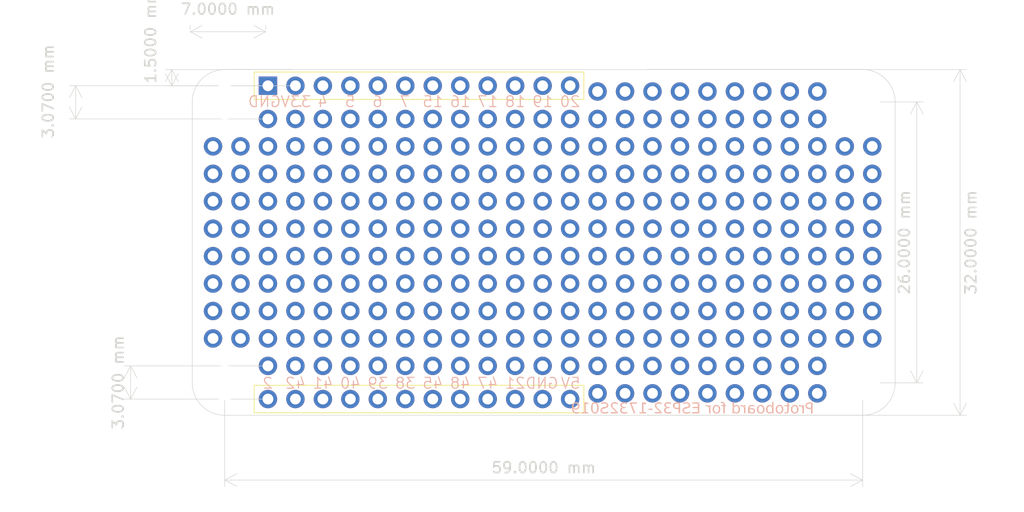
<source format=kicad_pcb>
(kicad_pcb (version 20240108) (generator "pcbnew") (generator_version "8.0")
  (layers (0 "F.Cu" signal) (31 "B.Cu" signal) (34 "B.Paste" user) (35 "F.Paste" user) (36 "B.SilkS" user "B.Silkscreen") (37 "F.SilkS" user "F.Silkscreen") (38 "B.Mask" user) (39 "F.Mask" user) (44 "Edge.Cuts" user))
  (net 0 "")
  (footprint "" (layer "F.Cu") (at 148.14 108.97)
    (property "Reference" "" (at 0 0 0) (layer "F.SilkS") (effects (font (size 1.27 1.27))))
    (property "Value" "")
    (pad "1" thru_hole circle (at 0 0) (size 1.7 1.7) (drill 1) (layers "*.Cu" "*.Mask"))
  )
  (footprint "" (layer "F.Cu") (at 140.52 106.43)
    (property "Reference" "" (at 0 0 0) (layer "F.SilkS") (effects (font (size 1.27 1.27))))
    (property "Value" "")
    (pad "1" thru_hole circle (at 0 0) (size 1.7 1.7) (drill 1) (layers "*.Cu" "*.Mask"))
  )
  (footprint "" (layer "F.Cu") (at 102.42 98.81)
    (property "Reference" "" (at 0 0 0) (layer "F.SilkS") (effects (font (size 1.27 1.27))))
    (property "Value" "")
    (pad "1" thru_hole circle (at 0 0) (size 1.7 1.7) (drill 1) (layers "*.Cu" "*.Mask"))
  )
  (footprint "" (layer "F.Cu") (at 143.06 81.03)
    (property "Reference" "" (at 0 0 0) (layer "F.SilkS") (effects (font (size 1.27 1.27))))
    (property "Value" "")
    (pad "1" thru_hole circle (at 0 0) (size 1.7 1.7) (drill 1) (layers "*.Cu" "*.Mask"))
  )
  (footprint "" (layer "F.Cu") (at 127.82 106.43)
    (property "Reference" "116" (hide yes))
    (property "Value" "")
    (pad "1" thru_hole circle (at 0 0) (size 1.7 1.7) (drill 1) (layers "*.Cu" "*.Mask"))
  )
  (footprint "" (layer "F.Cu") (at 155.76 81.03)
    (property "Reference" "" (at 0 0 0) (layer "F.SilkS") (effects (font (size 1.27 1.27))))
    (property "Value" "")
    (pad "1" thru_hole circle (at 0 0) (size 1.7 1.7) (drill 1) (layers "*.Cu" "*.Mask"))
  )
  (footprint "" (layer "F.Cu") (at 122.74 98.81)
    (property "Reference" "78" (hide yes))
    (property "Value" "")
    (pad "1" thru_hole circle (at 0 0) (size 1.7 1.7) (drill 1) (layers "*.Cu" "*.Mask"))
  )
  (footprint "" (layer "F.Cu") (at 137.98 96.27)
    (property "Reference" "" (at 0 0 0) (layer "F.SilkS") (effects (font (size 1.27 1.27))))
    (property "Value" "")
    (pad "1" thru_hole circle (at 0 0) (size 1.7 1.7) (drill 1) (layers "*.Cu" "*.Mask"))
  )
  (footprint "" (layer "F.Cu") (at 155.76 106.43)
    (property "Reference" "" (at 0 0 0) (layer "F.SilkS") (effects (font (size 1.27 1.27))))
    (property "Value" "")
    (pad "1" thru_hole circle (at 0 0) (size 1.7 1.7) (drill 1) (layers "*.Cu" "*.Mask"))
  )
  (footprint "" (layer "F.Cu") (at 150.68 103.89)
    (property "Reference" "" (at 0 0 0) (layer "F.SilkS") (effects (font (size 1.27 1.27))))
    (property "Value" "")
    (pad "1" thru_hole circle (at 0 0) (size 1.7 1.7) (drill 1) (layers "*.Cu" "*.Mask"))
  )
  (footprint "" (layer "F.Cu") (at 130.36 98.81)
    (property "Reference" "81" (hide yes))
    (property "Value" "")
    (pad "1" thru_hole circle (at 0 0) (size 1.7 1.7) (drill 1) (layers "*.Cu" "*.Mask"))
  )
  (footprint "" (layer "F.Cu") (at 120.2 96.27)
    (property "Reference" "65" (hide yes))
    (property "Value" "")
    (pad "1" thru_hole circle (at 0 0) (size 1.7 1.7) (drill 1) (layers "*.Cu" "*.Mask"))
  )
  (footprint "" (layer "F.Cu") (at 125.28 91.19)
    (property "Reference" "43" (hide yes))
    (property "Value" "")
    (pad "1" thru_hole circle (at 0 0) (size 1.7 1.7) (drill 1) (layers "*.Cu" "*.Mask"))
  )
  (footprint "" (layer "F.Cu") (at 115.12 93.73)
    (property "Reference" "51" (hide yes))
    (property "Value" "")
    (pad "1" thru_hole circle (at 0 0) (size 1.7 1.7) (drill 1) (layers "*.Cu" "*.Mask"))
  )
  (footprint "" (layer "F.Cu") (at 117.66 91.19)
    (property "Reference" "40" (hide yes))
    (property "Value" "")
    (pad "1" thru_hole circle (at 0 0) (size 1.7 1.7) (drill 1) (layers "*.Cu" "*.Mask"))
  )
  (footprint "" (layer "F.Cu") (at 150.68 108.97)
    (property "Reference" "" (at 0 0 0) (layer "F.SilkS") (effects (font (size 1.27 1.27))))
    (property "Value" "")
    (pad "1" thru_hole circle (at 0 0) (size 1.7 1.7) (drill 1) (layers "*.Cu" "*.Mask"))
  )
  (footprint "" (layer "F.Cu") (at 137.98 81.03)
    (property "Reference" "" (at 0 0 0) (layer "F.SilkS") (effects (font (size 1.27 1.27))))
    (property "Value" "")
    (pad "1" thru_hole circle (at 0 0) (size 1.7 1.7) (drill 1) (layers "*.Cu" "*.Mask"))
  )
  (footprint "" (layer "F.Cu") (at 140.52 93.73)
    (property "Reference" "" (at 0 0 0) (layer "F.SilkS") (effects (font (size 1.27 1.27))))
    (property "Value" "")
    (pad "1" thru_hole circle (at 0 0) (size 1.7 1.7) (drill 1) (layers "*.Cu" "*.Mask"))
  )
  (footprint "" (layer "F.Cu") (at 143.06 108.97)
    (property "Reference" "" (at 0 0 0) (layer "F.SilkS") (effects (font (size 1.27 1.27))))
    (property "Value" "")
    (pad "1" thru_hole circle (at 0 0) (size 1.7 1.7) (drill 1) (layers "*.Cu" "*.Mask"))
  )
  (footprint "" (layer "F.Cu") (at 137.98 91.19)
    (property "Reference" "" (at 0 0 0) (layer "F.SilkS") (effects (font (size 1.27 1.27))))
    (property "Value" "")
    (pad "1" thru_hole circle (at 0 0) (size 1.7 1.7) (drill 1) (layers "*.Cu" "*.Mask"))
  )
  (footprint "" (layer "F.Cu") (at 127.82 86.11)
    (property "Reference" "20" (hide yes))
    (property "Value" "")
    (pad "1" thru_hole circle (at 0 0) (size 1.7 1.7) (drill 1) (layers "*.Cu" "*.Mask"))
  )
  (footprint "" (layer "F.Cu") (at 122.74 101.35)
    (property "Reference" "90" (hide yes))
    (property "Value" "")
    (pad "1" thru_hole circle (at 0 0) (size 1.7 1.7) (drill 1) (layers "*.Cu" "*.Mask"))
  )
  (footprint "" (layer "F.Cu") (at 125.28 98.81)
    (property "Reference" "79" (hide yes))
    (property "Value" "")
    (pad "1" thru_hole circle (at 0 0) (size 1.7 1.7) (drill 1) (layers "*.Cu" "*.Mask"))
  )
  (footprint "" (layer "F.Cu") (at 112.58 98.81)
    (property "Reference" "74" (hide yes))
    (property "Value" "")
    (pad "1" thru_hole circle (at 0 0) (size 1.7 1.7) (drill 1) (layers "*.Cu" "*.Mask"))
  )
  (footprint "" (layer "F.Cu") (at 104.96 86.11)
    (property "Reference" "" (at 0 0 0) (layer "F.SilkS") (effects (font (size 1.27 1.27))))
    (property "Value" "")
    (pad "1" thru_hole circle (at 0 0) (size 1.7 1.7) (drill 1) (layers "*.Cu" "*.Mask"))
  )
  (footprint "" (layer "F.Cu") (at 145.6 81.03)
    (property "Reference" "" (at 0 0 0) (layer "F.SilkS") (effects (font (size 1.27 1.27))))
    (property "Value" "")
    (pad "1" thru_hole circle (at 0 0) (size 1.7 1.7) (drill 1) (layers "*.Cu" "*.Mask"))
  )
  (footprint "" (layer "F.Cu") (at 155.76 88.65)
    (property "Reference" "" (at 0 0 0) (layer "F.SilkS") (effects (font (size 1.27 1.27))))
    (property "Value" "")
    (pad "1" thru_hole circle (at 0 0) (size 1.7 1.7) (drill 1) (layers "*.Cu" "*.Mask"))
  )
  (footprint "" (layer "F.Cu") (at 153.22 101.35)
    (property "Reference" "" (at 0 0 0) (layer "F.SilkS") (effects (font (size 1.27 1.27))))
    (property "Value" "")
    (pad "1" thru_hole circle (at 0 0) (size 1.7 1.7) (drill 1) (layers "*.Cu" "*.Mask"))
  )
  (footprint "" (layer "F.Cu") (at 143.06 91.19)
    (property "Reference" "" (at 0 0 0) (layer "F.SilkS") (effects (font (size 1.27 1.27))))
    (property "Value" "")
    (pad "1" thru_hole circle (at 0 0) (size 1.7 1.7) (drill 1) (layers "*.Cu" "*.Mask"))
  )
  (footprint "" (layer "F.Cu") (at 110.04 106.43)
    (property "Reference" "109" (hide yes))
    (property "Value" "")
    (pad "1" thru_hole circle (at 0 0) (size 1.7 1.7) (drill 1) (layers "*.Cu" "*.Mask"))
  )
  (footprint "" (layer "F.Cu") (at 158.3 98.81)
    (property "Reference" "" (at 0 0 0) (layer "F.SilkS") (effects (font (size 1.27 1.27))))
    (property "Value" "")
    (pad "1" thru_hole circle (at 0 0) (size 1.7 1.7) (drill 1) (layers "*.Cu" "*.Mask"))
  )
  (footprint "" (layer "F.Cu") (at 148.14 106.43)
    (property "Reference" "" (at 0 0 0) (layer "F.SilkS") (effects (font (size 1.27 1.27))))
    (property "Value" "")
    (pad "1" thru_hole circle (at 0 0) (size 1.7 1.7) (drill 1) (layers "*.Cu" "*.Mask"))
  )
  (footprint "" (layer "F.Cu") (at 158.3 83.57)
    (property "Reference" "" (at 0 0 0) (layer "F.SilkS") (effects (font (size 1.27 1.27))))
    (property "Value" "")
    (pad "1" thru_hole circle (at 0 0) (size 1.7 1.7) (drill 1) (layers "*.Cu" "*.Mask"))
  )
  (footprint "" (layer "F.Cu") (at 110.04 103.89)
    (property "Reference" "97" (hide yes))
    (property "Value" "")
    (pad "1" thru_hole circle (at 0 0) (size 1.7 1.7) (drill 1) (layers "*.Cu" "*.Mask"))
  )
  (footprint "" (layer "F.Cu") (at 137.98 83.57)
    (property "Reference" "" (at 0 0 0) (layer "F.SilkS") (effects (font (size 1.27 1.27))))
    (property "Value" "")
    (pad "1" thru_hole circle (at 0 0) (size 1.7 1.7) (drill 1) (layers "*.Cu" "*.Mask"))
  )
  (footprint "" (layer "F.Cu") (at 130.36 86.11)
    (property "Reference" "21" (hide yes))
    (property "Value" "")
    (pad "1" thru_hole circle (at 0 0) (size 1.7 1.7) (drill 1) (layers "*.Cu" "*.Mask"))
  )
  (footprint "" (layer "F.Cu") (at 160.84 93.73)
    (property "Reference" "" (at 0 0 0) (layer "F.SilkS") (effects (font (size 1.27 1.27))))
    (property "Value" "")
    (pad "1" thru_hole circle (at 0 0) (size 1.7 1.7) (drill 1) (layers "*.Cu" "*.Mask"))
  )
  (footprint "" (layer "F.Cu") (at 143.06 88.65)
    (property "Reference" "" (at 0 0 0) (layer "F.SilkS") (effects (font (size 1.27 1.27))))
    (property "Value" "")
    (pad "1" thru_hole circle (at 0 0) (size 1.7 1.7) (drill 1) (layers "*.Cu" "*.Mask"))
  )
  (footprint "" (layer "F.Cu") (at 104.96 103.89)
    (property "Reference" "" (at 0 0 0) (layer "F.SilkS") (effects (font (size 1.27 1.27))))
    (property "Value" "")
    (pad "1" thru_hole circle (at 0 0) (size 1.7 1.7) (drill 1) (layers "*.Cu" "*.Mask"))
  )
  (footprint "" (layer "F.Cu") (at 160.84 98.81)
    (property "Reference" "" (at 0 0 0) (layer "F.SilkS") (effects (font (size 1.27 1.27))))
    (property "Value" "")
    (pad "1" thru_hole circle (at 0 0) (size 1.7 1.7) (drill 1) (layers "*.Cu" "*.Mask"))
  )
  (footprint "" (layer "F.Cu") (at 104.96 96.27)
    (property "Reference" "" (at 0 0 0) (layer "F.SilkS") (effects (font (size 1.27 1.27))))
    (property "Value" "")
    (pad "1" thru_hole circle (at 0 0) (size 1.7 1.7) (drill 1) (layers "*.Cu" "*.Mask"))
  )
  (footprint "" (layer "F.Cu") (at 107.5 86.11)
    (property "Reference" "12" (hide yes))
    (property "Value" "")
    (pad "1" thru_hole circle (at 0 0) (size 1.7 1.7) (drill 1) (layers "*.Cu" "*.Mask"))
  )
  (footprint "" (layer "F.Cu") (at 132.9 86.11)
    (property "Reference" "22" (hide yes))
    (property "Value" "")
    (pad "1" thru_hole circle (at 0 0) (size 1.7 1.7) (drill 1) (layers "*.Cu" "*.Mask"))
  )
  (footprint "" (layer "F.Cu") (at 143.06 96.27)
    (property "Reference" "" (at 0 0 0) (layer "F.SilkS") (effects (font (size 1.27 1.27))))
    (property "Value" "")
    (pad "1" thru_hole circle (at 0 0) (size 1.7 1.7) (drill 1) (layers "*.Cu" "*.Mask"))
  )
  (footprint "" (layer "F.Cu") (at 115.12 98.81)
    (property "Reference" "75" (hide yes))
    (property "Value" "")
    (pad "1" thru_hole circle (at 0 0) (size 1.7 1.7) (drill 1) (layers "*.Cu" "*.Mask"))
  )
  (footprint "" (layer "F.Cu") (at 125.28 103.89)
    (property "Reference" "103" (hide yes))
    (property "Value" "")
    (pad "1" thru_hole circle (at 0 0) (size 1.7 1.7) (drill 1) (layers "*.Cu" "*.Mask"))
  )
  (footprint "MountingHole:MountingHole_3.2mm_M3" (layer "F.Cu") (at 103.5 108)
    (property "Reference" "REF**" (hide yes))
    (property "Value" "MountingHole_3.2mm_M3")
    (pad "" np_thru_hole circle (at 0 0) (size 3.2 3.2) (drill 3.2) (layers "*.Cu" "*.Mask"))
  )
  (footprint "" (layer "F.Cu") (at 110.04 91.19)
    (property "Reference" "37" (hide yes))
    (property "Value" "")
    (pad "1" thru_hole circle (at 0 0) (size 1.7 1.7) (drill 1) (layers "*.Cu" "*.Mask"))
  )
  (footprint "" (layer "F.Cu") (at 107.5 93.73)
    (property "Reference" "48" (hide yes))
    (property "Value" "")
    (pad "1" thru_hole circle (at 0 0) (size 1.7 1.7) (drill 1) (layers "*.Cu" "*.Mask"))
  )
  (footprint "" (layer "F.Cu") (at 110.04 93.73)
    (property "Reference" "49" (hide yes))
    (property "Value" "")
    (pad "1" thru_hole circle (at 0 0) (size 1.7 1.7) (drill 1) (layers "*.Cu" "*.Mask"))
  )
  (footprint "" (layer "F.Cu") (at 120.2 88.65)
    (property "Reference" "29" (hide yes))
    (property "Value" "")
    (pad "1" thru_hole circle (at 0 0) (size 1.7 1.7) (drill 1) (layers "*.Cu" "*.Mask"))
  )
  (footprint "" (layer "F.Cu") (at 148.14 93.73)
    (property "Reference" "" (at 0 0 0) (layer "F.SilkS") (effects (font (size 1.27 1.27))))
    (property "Value" "")
    (pad "1" thru_hole circle (at 0 0) (size 1.7 1.7) (drill 1) (layers "*.Cu" "*.Mask"))
  )
  (footprint "" (layer "F.Cu") (at 158.3 108.97)
    (property "Reference" "" (at 0 0 0) (layer "F.SilkS") (effects (font (size 1.27 1.27))))
    (property "Value" "")
    (pad "1" thru_hole circle (at 0 0) (size 1.7 1.7) (drill 1) (layers "*.Cu" "*.Mask"))
  )
  (footprint "" (layer "F.Cu") (at 137.98 103.89)
    (property "Reference" "" (at 0 0 0) (layer "F.SilkS") (effects (font (size 1.27 1.27))))
    (property "Value" "")
    (pad "1" thru_hole circle (at 0 0) (size 1.7 1.7) (drill 1) (layers "*.Cu" "*.Mask"))
  )
  (footprint "" (layer "F.Cu") (at 140.52 98.81)
    (property "Reference" "" (at 0 0 0) (layer "F.SilkS") (effects (font (size 1.27 1.27))))
    (property "Value" "")
    (pad "1" thru_hole circle (at 0 0) (size 1.7 1.7) (drill 1) (layers "*.Cu" "*.Mask"))
  )
  (footprint "" (layer "F.Cu") (at 140.52 81.03)
    (property "Reference" "" (at 0 0 0) (layer "F.SilkS") (effects (font (size 1.27 1.27))))
    (property "Value" "")
    (pad "1" thru_hole circle (at 0 0) (size 1.7 1.7) (drill 1) (layers "*.Cu" "*.Mask"))
  )
  (footprint "" (layer "F.Cu") (at 125.28 86.11)
    (property "Reference" "19" (hide yes))
    (property "Value" "")
    (pad "1" thru_hole circle (at 0 0) (size 1.7 1.7) (drill 1) (layers "*.Cu" "*.Mask"))
  )
  (footprint "" (layer "F.Cu") (at 102.42 101.35)
    (property "Reference" "" (at 0 0 0) (layer "F.SilkS") (effects (font (size 1.27 1.27))))
    (property "Value" "")
    (pad "1" thru_hole circle (at 0 0) (size 1.7 1.7) (drill 1) (layers "*.Cu" "*.Mask"))
  )
  (footprint "" (layer "F.Cu") (at 107.5 96.27)
    (property "Reference" "60" (hide yes))
    (property "Value" "")
    (pad "1" thru_hole circle (at 0 0) (size 1.7 1.7) (drill 1) (layers "*.Cu" "*.Mask"))
  )
  (footprint "" (layer "F.Cu") (at 150.68 86.11)
    (property "Reference" "" (at 0 0 0) (layer "F.SilkS") (effects (font (size 1.27 1.27))))
    (property "Value" "")
    (pad "1" thru_hole circle (at 0 0) (size 1.7 1.7) (drill 1) (layers "*.Cu" "*.Mask"))
  )
  (footprint "" (layer "F.Cu") (at 132.9 101.35)
    (property "Reference" "94" (hide yes))
    (property "Value" "")
    (pad "1" thru_hole circle (at 0 0) (size 1.7 1.7) (drill 1) (layers "*.Cu" "*.Mask"))
  )
  (footprint "" (layer "F.Cu") (at 107.5 83.57)
    (property "Reference" "" (hide yes))
    (property "Value" "")
    (pad "1" thru_hole circle (at 0 0) (size 1.7 1.7) (drill 1) (layers "*.Cu" "*.Mask"))
  )
  (footprint "" (layer "F.Cu") (at 122.74 106.43)
    (property "Reference" "114" (hide yes))
    (property "Value" "")
    (pad "1" thru_hole circle (at 0 0) (size 1.7 1.7) (drill 1) (layers "*.Cu" "*.Mask"))
  )
  (footprint "" (layer "F.Cu") (at 148.14 83.57)
    (property "Reference" "" (at 0 0 0) (layer "F.SilkS") (effects (font (size 1.27 1.27))))
    (property "Value" "")
    (pad "1" thru_hole circle (at 0 0) (size 1.7 1.7) (drill 1) (layers "*.Cu" "*.Mask"))
  )
  (footprint "" (layer "F.Cu") (at 104.96 91.19)
    (property "Reference" "" (at 0 0 0) (layer "F.SilkS") (effects (font (size 1.27 1.27))))
    (property "Value" "")
    (pad "1" thru_hole circle (at 0 0) (size 1.7 1.7) (drill 1) (layers "*.Cu" "*.Mask"))
  )
  (footprint "" (layer "F.Cu") (at 145.6 108.97)
    (property "Reference" "" (at 0 0 0) (layer "F.SilkS") (effects (font (size 1.27 1.27))))
    (property "Value" "")
    (pad "1" thru_hole circle (at 0 0) (size 1.7 1.7) (drill 1) (layers "*.Cu" "*.Mask"))
  )
  (footprint "" (layer "F.Cu") (at 153.22 91.19)
    (property "Reference" "" (at 0 0 0) (layer "F.SilkS") (effects (font (size 1.27 1.27))))
    (property "Value" "")
    (pad "1" thru_hole circle (at 0 0) (size 1.7 1.7) (drill 1) (layers "*.Cu" "*.Mask"))
  )
  (footprint "" (layer "F.Cu") (at 115.12 83.57)
    (property "Reference" "3" (hide yes))
    (property "Value" "")
    (pad "1" thru_hole circle (at 0 0) (size 1.7 1.7) (drill 1) (layers "*.Cu" "*.Mask"))
  )
  (footprint "" (layer "F.Cu") (at 125.28 96.27)
    (property "Reference" "67" (hide yes))
    (property "Value" "")
    (pad "1" thru_hole circle (at 0 0) (size 1.7 1.7) (drill 1) (layers "*.Cu" "*.Mask"))
  )
  (footprint "" (layer "F.Cu") (at 127.82 93.73)
    (property "Reference" "56" (hide yes))
    (property "Value" "")
    (pad "1" thru_hole circle (at 0 0) (size 1.7 1.7) (drill 1) (layers "*.Cu" "*.Mask"))
  )
  (footprint "" (layer "F.Cu") (at 158.3 101.35)
    (property "Reference" "" (at 0 0 0) (layer "F.SilkS") (effects (font (size 1.27 1.27))))
    (property "Value" "")
    (pad "1" thru_hole circle (at 0 0) (size 1.7 1.7) (drill 1) (layers "*.Cu" "*.Mask"))
  )
  (footprint "" (layer "F.Cu") (at 153.22 81.03)
    (property "Reference" "" (at 0 0 0) (layer "F.SilkS") (effects (font (size 1.27 1.27))))
    (property "Value" "")
    (pad "1" thru_hole circle (at 0 0) (size 1.7 1.7) (drill 1) (layers "*.Cu" "*.Mask"))
  )
  (footprint "" (layer "F.Cu") (at 122.74 83.57)
    (property "Reference" "6" (hide yes))
    (property "Value" "")
    (pad "1" thru_hole circle (at 0 0) (size 1.7 1.7) (drill 1) (layers "*.Cu" "*.Mask"))
  )
  (footprint "" (layer "F.Cu") (at 112.58 91.19)
    (property "Reference" "38" (hide yes))
    (property "Value" "")
    (pad "1" thru_hole circle (at 0 0) (size 1.7 1.7) (drill 1) (layers "*.Cu" "*.Mask"))
  )
  (footprint "" (layer "F.Cu") (at 143.06 106.43)
    (property "Reference" "" (at 0 0 0) (layer "F.SilkS") (effects (font (size 1.27 1.27))))
    (property "Value" "")
    (pad "1" thru_hole circle (at 0 0) (size 1.7 1.7) (drill 1) (layers "*.Cu" "*.Mask"))
  )
  (footprint "" (layer "F.Cu") (at 110.04 101.35)
    (property "Reference" "85" (hide yes))
    (property "Value" "")
    (pad "1" thru_hole circle (at 0 0) (size 1.7 1.7) (drill 1) (layers "*.Cu" "*.Mask"))
  )
  (footprint "" (layer "F.Cu") (at 104.96 88.65)
    (property "Reference" "" (at 0 0 0) (layer "F.SilkS") (effects (font (size 1.27 1.27))))
    (property "Value" "")
    (pad "1" thru_hole circle (at 0 0) (size 1.7 1.7) (drill 1) (layers "*.Cu" "*.Mask"))
  )
  (footprint "MountingHole:MountingHole_3.2mm_M3" (layer "F.Cu") (at 103.5 82)
    (property "Reference" "REF**" (hide yes))
    (property "Value" "MountingHole_3.2mm_M3" (hide yes))
    (pad "" np_thru_hole circle (at 0 0) (size 3.2 3.2) (drill 3.2) (layers "*.Cu" "*.Mask"))
  )
  (footprint "" (layer "F.Cu") (at 135.44 98.81)
    (property "Reference" "83" (hide yes))
    (property "Value" "")
    (pad "1" thru_hole circle (at 0 0) (size 1.7 1.7) (drill 1) (layers "*.Cu" "*.Mask"))
  )
  (footprint "" (layer "F.Cu") (at 135.44 93.73)
    (property "Reference" "59" (hide yes))
    (property "Value" "")
    (pad "1" thru_hole circle (at 0 0) (size 1.7 1.7) (drill 1) (layers "*.Cu" "*.Mask"))
  )
  (footprint "" (layer "F.Cu") (at 150.68 101.35)
    (property "Reference" "" (at 0 0 0) (layer "F.SilkS") (effects (font (size 1.27 1.27))))
    (property "Value" "")
    (pad "1" thru_hole circle (at 0 0) (size 1.7 1.7) (drill 1) (layers "*.Cu" "*.Mask"))
  )
  (footprint "" (layer "F.Cu") (at 137.98 86.11)
    (property "Reference" "" (at 0 0 0) (layer "F.SilkS") (effects (font (size 1.27 1.27))))
    (property "Value" "")
    (pad "1" thru_hole circle (at 0 0) (size 1.7 1.7) (drill 1) (layers "*.Cu" "*.Mask"))
  )
  (footprint "" (layer "F.Cu") (at 130.36 106.43)
    (property "Reference" "117" (hide yes))
    (property "Value" "")
    (pad "1" thru_hole circle (at 0 0) (size 1.7 1.7) (drill 1) (layers "*.Cu" "*.Mask"))
  )
  (footprint "" (layer "F.Cu") (at 132.9 96.27)
    (property "Reference" "70" (hide yes))
    (property "Value" "")
    (pad "1" thru_hole circle (at 0 0) (size 1.7 1.7) (drill 1) (layers "*.Cu" "*.Mask"))
  )
  (footprint "Connector_PinHeader_2.54mm:PinHeader_1x12_P2.54mm_Vertical" (layer "F.Cu") (at 107.5 80.5 90)
    (property "Reference" "J1")
    (property "Value" "1732S019_P1" (hide yes))
    (pad "1" thru_hole rect (at 0 0 90) (size 1.7 1.7) (drill 1) (layers "*.Cu" "*.Mask"))
    (pad "2" thru_hole oval (at 0 2.54 90) (size 1.7 1.7) (drill 1) (layers "*.Cu" "*.Mask"))
    (pad "3" thru_hole oval (at 0 5.08 90) (size 1.7 1.7) (drill 1) (layers "*.Cu" "*.Mask"))
    (pad "4" thru_hole oval (at 0 7.62 90) (size 1.7 1.7) (drill 1) (layers "*.Cu" "*.Mask"))
    (pad "5" thru_hole oval (at 0 10.16 90) (size 1.7 1.7) (drill 1) (layers "*.Cu" "*.Mask"))
    (pad "6" thru_hole oval (at 0 12.7 90) (size 1.7 1.7) (drill 1) (layers "*.Cu" "*.Mask"))
    (pad "7" thru_hole oval (at 0 15.24 90) (size 1.7 1.7) (drill 1) (layers "*.Cu" "*.Mask"))
    (pad "8" thru_hole oval (at 0 17.78 90) (size 1.7 1.7) (drill 1) (layers "*.Cu" "*.Mask"))
    (pad "9" thru_hole oval (at 0 20.32 90) (size 1.7 1.7) (drill 1) (layers "*.Cu" "*.Mask"))
    (pad "10" thru_hole oval (at 0 22.86 90) (size 1.7 1.7) (drill 1) (layers "*.Cu" "*.Mask"))
    (pad "11" thru_hole oval (at 0 25.4 90) (size 1.7 1.7) (drill 1) (layers "*.Cu" "*.Mask"))
    (pad "12" thru_hole oval (at 0 27.94 90) (size 1.7 1.7) (drill 1) (layers "*.Cu" "*.Mask"))
  )
  (footprint "" (layer "F.Cu") (at 107.5 98.81)
    (property "Reference" "72" (hide yes))
    (property "Value" "")
    (pad "1" thru_hole circle (at 0 0) (size 1.7 1.7) (drill 1) (layers "*.Cu" "*.Mask"))
  )
  (footprint "" (layer "F.Cu") (at 117.66 101.35)
    (property "Reference" "88" (hide yes))
    (property "Value" "")
    (pad "1" thru_hole circle (at 0 0) (size 1.7 1.7) (drill 1) (layers "*.Cu" "*.Mask"))
  )
  (footprint "" (layer "F.Cu") (at 155.76 93.73)
    (property "Reference" "" (at 0 0 0) (layer "F.SilkS") (effects (font (size 1.27 1.27))))
    (property "Value" "")
    (pad "1" thru_hole circle (at 0 0) (size 1.7 1.7) (drill 1) (layers "*.Cu" "*.Mask"))
  )
  (footprint "" (layer "F.Cu") (at 143.06 86.11)
    (property "Reference" "" (at 0 0 0) (layer "F.SilkS") (effects (font (size 1.27 1.27))))
    (property "Value" "")
    (pad "1" thru_hole circle (at 0 0) (size 1.7 1.7) (drill 1) (layers "*.Cu" "*.Mask"))
  )
  (footprint "" (layer "F.Cu") (at 143.06 101.35)
    (property "Reference" "" (at 0 0 0) (layer "F.SilkS") (effects (font (size 1.27 1.27))))
    (property "Value" "")
    (pad "1" thru_hole circle (at 0 0) (size 1.7 1.7) (drill 1) (layers "*.Cu" "*.Mask"))
  )
  (footprint "MountingHole:MountingHole_3.2mm_M3" (layer "F.Cu") (at 162.5 108)
    (property "Reference" "REF**" (hide yes))
    (property "Value" "MountingHole_3.2mm_M3")
    (pad "" np_thru_hole circle (at 0 0) (size 3.2 3.2) (drill 3.2) (layers "*.Cu" "*.Mask"))
  )
  (footprint "" (layer "F.Cu") (at 117.66 96.27)
    (property "Reference" "64" (hide yes))
    (property "Value" "")
    (pad "1" thru_hole circle (at 0 0) (size 1.7 1.7) (drill 1) (layers "*.Cu" "*.Mask"))
  )
  (footprint "" (layer "F.Cu") (at 150.68 106.43)
    (property "Reference" "" (at 0 0 0) (layer "F.SilkS") (effects (font (size 1.27 1.27))))
    (property "Value" "")
    (pad "1" thru_hole circle (at 0 0) (size 1.7 1.7) (drill 1) (layers "*.Cu" "*.Mask"))
  )
  (footprint "" (layer "F.Cu") (at 145.6 88.65)
    (property "Reference" "" (at 0 0 0) (layer "F.SilkS") (effects (font (size 1.27 1.27))))
    (property "Value" "")
    (pad "1" thru_hole circle (at 0 0) (size 1.7 1.7) (drill 1) (layers "*.Cu" "*.Mask"))
  )
  (footprint "" (layer "F.Cu") (at 115.12 91.19)
    (property "Reference" "39" (hide yes))
    (property "Value" "")
    (pad "1" thru_hole circle (at 0 0) (size 1.7 1.7) (drill 1) (layers "*.Cu" "*.Mask"))
  )
  (footprint "" (layer "F.Cu") (at 132.9 98.81)
    (property "Reference" "82" (hide yes))
    (property "Value" "")
    (pad "1" thru_hole circle (at 0 0) (size 1.7 1.7) (drill 1) (layers "*.Cu" "*.Mask"))
  )
  (footprint "" (layer "F.Cu") (at 150.68 96.27)
    (property "Reference" "" (at 0 0 0) (layer "F.SilkS") (effects (font (size 1.27 1.27))))
    (property "Value" "")
    (pad "1" thru_hole circle (at 0 0) (size 1.7 1.7) (drill 1) (layers "*.Cu" "*.Mask"))
  )
  (footprint "" (layer "F.Cu") (at 140.52 103.89)
    (property "Reference" "" (at 0 0 0) (layer "F.SilkS") (effects (font (size 1.27 1.27))))
    (property "Value" "")
    (pad "1" thru_hole circle (at 0 0) (size 1.7 1.7) (drill 1) (layers "*.Cu" "*.Mask"))
  )
  (footprint "" (layer "F.Cu") (at 135.44 101.35)
    (property "Reference" "95" (hide yes))
    (property "Value" "")
    (pad "1" thru_hole circle (at 0 0) (size 1.7 1.7) (drill 1) (layers "*.Cu" "*.Mask"))
  )
  (footprint "" (layer "F.Cu") (at 120.2 98.81)
    (property "Reference" "77" (hide yes))
    (property "Value" "")
    (pad "1" thru_hole circle (at 0 0) (size 1.7 1.7) (drill 1) (layers "*.Cu" "*.Mask"))
  )
  (footprint "" (layer "F.Cu") (at 135.44 91.19)
    (property "Reference" "47" (hide yes))
    (property "Value" "")
    (pad "1" thru_hole circle (at 0 0) (size 1.7 1.7) (drill 1) (layers "*.Cu" "*.Mask"))
  )
  (footprint "" (layer "F.Cu") (at 160.84 101.35)
    (property "Reference" "" (at 0 0 0) (layer "F.SilkS") (effects (font (size 1.27 1.27))))
    (property "Value" "")
    (pad "1" thru_hole circle (at 0 0) (size 1.7 1.7) (drill 1) (layers "*.Cu" "*.Mask"))
  )
  (footprint "" (layer "F.Cu") (at 153.22 108.97)
    (property "Reference" "" (at 0 0 0) (layer "F.SilkS") (effects (font (size 1.27 1.27))))
    (property "Value" "")
    (pad "1" thru_hole circle (at 0 0) (size 1.7 1.7) (drill 1) (layers "*.Cu" "*.Mask"))
  )
  (footprint "" (layer "F.Cu") (at 120.2 83.57)
    (property "Reference" "5" (hide yes))
    (property "Value" "")
    (pad "1" thru_hole circle (at 0 0) (size 1.7 1.7) (drill 1) (layers "*.Cu" "*.Mask"))
  )
  (footprint "" (layer "F.Cu") (at 107.5 88.65)
    (property "Reference" "24" (hide yes))
    (property "Value" "")
    (pad "1" thru_hole circle (at 0 0) (size 1.7 1.7) (drill 1) (layers "*.Cu" "*.Mask"))
  )
  (footprint "" (layer "F.Cu") (at 117.66 93.73)
    (property "Reference" "52" (hide yes))
    (property "Value" "")
    (pad "1" thru_hole circle (at 0 0) (size 1.7 1.7) (drill 1) (layers "*.Cu" "*.Mask"))
  )
  (footprint "" (layer "F.Cu") (at 148.14 86.11)
    (property "Reference" "" (at 0 0 0) (layer "F.SilkS") (effects (font (size 1.27 1.27))))
    (property "Value" "")
    (pad "1" thru_hole circle (at 0 0) (size 1.7 1.7) (drill 1) (layers "*.Cu" "*.Mask"))
  )
  (footprint "" (layer "F.Cu") (at 140.52 108.97)
    (property "Reference" "" (at 0 0 0) (layer "F.SilkS") (effects (font (size 1.27 1.27))))
    (property "Value" "")
    (pad "1" thru_hole circle (at 0 0) (size 1.7 1.7) (drill 1) (layers "*.Cu" "*.Mask"))
  )
  (footprint "" (layer "F.Cu") (at 160.84 96.27)
    (property "Reference" "" (at 0 0 0) (layer "F.SilkS") (effects (font (size 1.27 1.27))))
    (property "Value" "")
    (pad "1" thru_hole circle (at 0 0) (size 1.7 1.7) (drill 1) (layers "*.Cu" "*.Mask"))
  )
  (footprint "" (layer "F.Cu") (at 122.74 88.65)
    (property "Reference" "30" (hide yes))
    (property "Value" "")
    (pad "1" thru_hole circle (at 0 0) (size 1.7 1.7) (drill 1) (layers "*.Cu" "*.Mask"))
  )
  (footprint "" (layer "F.Cu") (at 107.5 103.89)
    (property "Reference" "96" (hide yes))
    (property "Value" "")
    (pad "1" thru_hole circle (at 0 0) (size 1.7 1.7) (drill 1) (layers "*.Cu" "*.Mask"))
  )
  (footprint "" (layer "F.Cu") (at 155.76 91.19)
    (property "Reference" "" (at 0 0 0) (layer "F.SilkS") (effects (font (size 1.27 1.27))))
    (property "Value" "")
    (pad "1" thru_hole circle (at 0 0) (size 1.7 1.7) (drill 1) (layers "*.Cu" "*.Mask"))
  )
  (footprint "" (layer "F.Cu") (at 112.58 86.11)
    (property "Reference" "14" (hide yes))
    (property "Value" "")
    (pad "1" thru_hole circle (at 0 0) (size 1.7 1.7) (drill 1) (layers "*.Cu" "*.Mask"))
  )
  (footprint "" (layer "F.Cu") (at 120.2 101.35)
    (property "Reference" "89" (hide yes))
    (property "Value" "")
    (pad "1" thru_hole circle (at 0 0) (size 1.7 1.7) (drill 1) (layers "*.Cu" "*.Mask"))
  )
  (footprint "" (layer "F.Cu") (at 148.14 98.81)
    (property "Reference" "" (at 0 0 0) (layer "F.SilkS") (effects (font (size 1.27 1.27))))
    (property "Value" "")
    (pad "1" thru_hole circle (at 0 0) (size 1.7 1.7) (drill 1) (layers "*.Cu" "*.Mask"))
  )
  (footprint "" (layer "F.Cu") (at 112.58 103.89)
    (property "Reference" "98" (hide yes))
    (property "Value" "")
    (pad "1" thru_hole circle (at 0 0) (size 1.7 1.7) (drill 1) (layers "*.Cu" "*.Mask"))
  )
  (footprint "" (layer "F.Cu") (at 163.38 96.27)
    (property "Reference" "" (at 0 0 0) (layer "F.SilkS") (effects (font (size 1.27 1.27))))
    (property "Value" "")
    (pad "1" thru_hole circle (at 0 0) (size 1.7 1.7) (drill 1) (layers "*.Cu" "*.Mask"))
  )
  (footprint "" (layer "F.Cu") (at 137.98 93.73)
    (property "Reference" "" (at 0 0 0) (layer "F.SilkS") (effects (font (size 1.27 1.27))))
    (property "Value" "")
    (pad "1" thru_hole circle (at 0 0) (size 1.7 1.7) (drill 1) (layers "*.Cu" "*.Mask"))
  )
  (footprint "" (layer "F.Cu") (at 145.6 96.27)
    (property "Reference" "" (at 0 0 0) (layer "F.SilkS") (effects (font (size 1.27 1.27))))
    (property "Value" "")
    (pad "1" thru_hole circle (at 0 0) (size 1.7 1.7) (drill 1) (layers "*.Cu" "*.Mask"))
  )
  (footprint "" (layer "F.Cu") (at 102.42 96.27)
    (property "Reference" "" (at 0 0 0) (layer "F.SilkS") (effects (font (size 1.27 1.27))))
    (property "Value" "")
    (pad "1" thru_hole circle (at 0 0) (size 1.7 1.7) (drill 1) (layers "*.Cu" "*.Mask"))
  )
  (footprint "" (layer "F.Cu") (at 153.22 86.11)
    (property "Reference" "" (at 0 0 0) (layer "F.SilkS") (effects (font (size 1.27 1.27))))
    (property "Value" "")
    (pad "1" thru_hole circle (at 0 0) (size 1.7 1.7) (drill 1) (layers "*.Cu" "*.Mask"))
  )
  (footprint "" (layer "F.Cu") (at 120.2 91.19)
    (property "Reference" "41" (hide yes))
    (property "Value" "")
    (pad "1" thru_hole circle (at 0 0) (size 1.7 1.7) (drill 1) (layers "*.Cu" "*.Mask"))
  )
  (footprint "" (layer "F.Cu") (at 130.36 88.65)
    (property "Reference" "33" (hide yes))
    (property "Value" "")
    (pad "1" thru_hole circle (at 0 0) (size 1.7 1.7) (drill 1) (layers "*.Cu" "*.Mask"))
  )
  (footprint "" (layer "F.Cu") (at 117.66 106.43)
    (property "Reference" "112" (hide yes))
    (property "Value" "")
    (pad "1" thru_hole circle (at 0 0) (size 1.7 1.7) (drill 1) (layers "*.Cu" "*.Mask"))
  )
  (footprint "" (layer "F.Cu") (at 155.76 103.89)
    (property "Reference" "" (at 0 0 0) (layer "F.SilkS") (effects (font (size 1.27 1.27))))
    (property "Value" "")
    (pad "1" thru_hole circle (at 0 0) (size 1.7 1.7) (drill 1) (layers "*.Cu" "*.Mask"))
  )
  (footprint "" (layer "F.Cu") (at 117.66 86.11)
    (property "Reference" "16" (hide yes))
    (property "Value" "")
    (pad "1" thru_hole circle (at 0 0) (size 1.7 1.7) (drill 1) (layers "*.Cu" "*.Mask"))
  )
  (footprint "" (layer "F.Cu") (at 145.6 106.43)
    (property "Reference" "" (at 0 0 0) (layer "F.SilkS") (effects (font (size 1.27 1.27))))
    (property "Value" "")
    (pad "1" thru_hole circle (at 0 0) (size 1.7 1.7) (drill 1) (layers "*.Cu" "*.Mask"))
  )
  (footprint "" (layer "F.Cu") (at 140.52 83.57)
    (property "Reference" "" (at 0 0 0) (layer "F.SilkS") (effects (font (size 1.27 1.27))))
    (property "Value" "")
    (pad "1" thru_hole circle (at 0 0) (size 1.7 1.7) (drill 1) (layers "*.Cu" "*.Mask"))
  )
  (footprint "" (layer "F.Cu") (at 140.52 101.35)
    (property "Reference" "" (at 0 0 0) (layer "F.SilkS") (effects (font (size 1.27 1.27))))
    (property "Value" "")
    (pad "1" thru_hole circle (at 0 0) (size 1.7 1.7) (drill 1) (layers "*.Cu" "*.Mask"))
  )
  (footprint "" (layer "F.Cu") (at 125.28 88.65)
    (property "Reference" "31" (hide yes))
    (property "Value" "")
    (pad "1" thru_hole circle (at 0 0) (size 1.7 1.7) (drill 1) (layers "*.Cu" "*.Mask"))
  )
  (footprint "" (layer "F.Cu") (at 104.96 101.35)
    (property "Reference" "" (at 0 0 0) (layer "F.SilkS") (effects (font (size 1.27 1.27))))
    (property "Value" "")
    (pad "1" thru_hole circle (at 0 0) (size 1.7 1.7) (drill 1) (layers "*.Cu" "*.Mask"))
  )
  (footprint "" (layer "F.Cu") (at 163.38 103.89)
    (property "Reference" "" (at 0 0 0) (layer "F.SilkS") (effects (font (size 1.27 1.27))))
    (property "Value" "")
    (pad "1" thru_hole circle (at 0 0) (size 1.7 1.7) (drill 1) (layers "*.Cu" "*.Mask"))
  )
  (footprint "" (layer "F.Cu") (at 120.2 106.43)
    (property "Reference" "113" (hide yes))
    (property "Value" "")
    (pad "1" thru_hole circle (at 0 0) (size 1.7 1.7) (drill 1) (layers "*.Cu" "*.Mask"))
  )
  (footprint "" (layer "F.Cu") (at 140.52 96.27)
    (property "Reference" "" (at 0 0 0) (layer "F.SilkS") (effects (font (size 1.27 1.27))))
    (property "Value" "")
    (pad "1" thru_hole circle (at 0 0) (size 1.7 1.7) (drill 1) (layers "*.Cu" "*.Mask"))
  )
  (footprint "" (layer "F.Cu") (at 153.22 103.89)
    (property "Reference" "" (at 0 0 0) (layer "F.SilkS") (effects (font (size 1.27 1.27))))
    (property "Value" "")
    (pad "1" thru_hole circle (at 0 0) (size 1.7 1.7) (drill 1) (layers "*.Cu" "*.Mask"))
  )
  (footprint "" (layer "F.Cu") (at 122.74 91.19)
    (property "Reference" "42" (hide yes))
    (property "Value" "")
    (pad "1" thru_hole circle (at 0 0) (size 1.7 1.7) (drill 1) (layers "*.Cu" "*.Mask"))
  )
  (footprint "" (layer "F.Cu") (at 122.74 86.11)
    (property "Reference" "18" (hide yes))
    (property "Value" "")
    (pad "1" thru_hole circle (at 0 0) (size 1.7 1.7) (drill 1) (layers "*.Cu" "*.Mask"))
  )
  (footprint "" (layer "F.Cu") (at 160.84 91.19)
    (property "Reference" "" (at 0 0 0) (layer "F.SilkS") (effects (font (size 1.27 1.27))))
    (property "Value" "")
    (pad "1" thru_hole circle (at 0 0) (size 1.7 1.7) (drill 1) (layers "*.Cu" "*.Mask"))
  )
  (footprint "" (layer "F.Cu") (at 145.6 98.81)
    (property "Reference" "" (at 0 0 0) (layer "F.SilkS") (effects (font (size 1.27 1.27))))
    (property "Value" "")
    (pad "1" thru_hole circle (at 0 0) (size 1.7 1.7) (drill 1) (layers "*.Cu" "*.Mask"))
  )
  (footprint "" (layer "F.Cu") (at 104.96 93.73)
    (property "Reference" "" (at 0 0 0) (layer "F.SilkS") (effects (font (size 1.27 1.27))))
    (property "Value" "")
    (pad "1" thru_hole circle (at 0 0) (size 1.7 1.7) (drill 1) (layers "*.Cu" "*.Mask"))
  )
  (footprint "" (layer "F.Cu") (at 155.76 108.97)
    (property "Reference" "" (at 0 0 0) (layer "F.SilkS") (effects (font (size 1.27 1.27))))
    (property "Value" "")
    (pad "1" thru_hole circle (at 0 0) (size 1.7 1.7) (drill 1) (layers "*.Cu" "*.Mask"))
  )
  (footprint "" (layer "F.Cu") (at 155.76 101.35)
    (property "Reference" "" (at 0 0 0) (layer "F.SilkS") (effects (font (size 1.27 1.27))))
    (property "Value" "")
    (pad "1" thru_hole circle (at 0 0) (size 1.7 1.7) (drill 1) (layers "*.Cu" "*.Mask"))
  )
  (footprint "" (layer "F.Cu") (at 145.6 101.35)
    (property "Reference" "" (at 0 0 0) (layer "F.SilkS") (effects (font (size 1.27 1.27))))
    (property "Value" "")
    (pad "1" thru_hole circle (at 0 0) (size 1.7 1.7) (drill 1) (layers "*.Cu" "*.Mask"))
  )
  (footprint "" (layer "F.Cu") (at 132.9 83.57)
    (property "Reference" "10" (hide yes))
    (property "Value" "")
    (pad "1" thru_hole circle (at 0 0) (size 1.7 1.7) (drill 1) (layers "*.Cu" "*.Mask"))
  )
  (footprint "" (layer "F.Cu") (at 148.14 81.03)
    (property "Reference" "" (at 0 0 0) (layer "F.SilkS") (effects (font (size 1.27 1.27))))
    (property "Value" "")
    (pad "1" thru_hole circle (at 0 0) (size 1.7 1.7) (drill 1) (layers "*.Cu" "*.Mask"))
  )
  (footprint "" (layer "F.Cu") (at 110.04 96.27)
    (property "Reference" "61" (hide yes))
    (property "Value" "")
    (pad "1" thru_hole circle (at 0 0) (size 1.7 1.7) (drill 1) (layers "*.Cu" "*.Mask"))
  )
  (footprint "" (layer "F.Cu") (at 145.6 93.73)
    (property "Reference" "" (at 0 0 0) (layer "F.SilkS") (effects (font (size 1.27 1.27))))
    (property "Value" "")
    (pad "1" thru_hole circle (at 0 0) (size 1.7 1.7) (drill 1) (layers "*.Cu" "*.Mask"))
  )
  (footprint "" (layer "F.Cu") (at 112.58 83.57)
    (property "Reference" "2" (hide yes))
    (property "Value" "")
    (pad "1" thru_hole circle (at 0 0) (size 1.7 1.7) (drill 1) (layers "*.Cu" "*.Mask"))
  )
  (footprint "" (layer "F.Cu") (at 102.42 86.11)
    (property "Reference" "" (at 0 0 0) (layer "F.SilkS") (effects (font (size 1.27 1.27))))
    (property "Value" "")
    (pad "1" thru_hole circle (at 0 0) (size 1.7 1.7) (drill 1) (layers "*.Cu" "*.Mask"))
  )
  (footprint "" (layer "F.Cu") (at 163.38 88.65)
    (property "Reference" "" (at 0 0 0) (layer "F.SilkS") (effects (font (size 1.27 1.27))))
    (property "Value" "")
    (pad "1" thru_hole circle (at 0 0) (size 1.7 1.7) (drill 1) (layers "*.Cu" "*.Mask"))
  )
  (footprint "" (layer "F.Cu") (at 115.12 106.43)
    (property "Reference" "111" (hide yes))
    (property "Value" "")
    (pad "1" thru_hole circle (at 0 0) (size 1.7 1.7) (drill 1) (layers "*.Cu" "*.Mask"))
  )
  (footprint "" (layer "F.Cu") (at 127.82 88.65)
    (property "Reference" "32" (hide yes))
    (property "Value" "")
    (pad "1" thru_hole circle (at 0 0) (size 1.7 1.7) (drill 1) (layers "*.Cu" "*.Mask"))
  )
  (footprint "" (layer "F.Cu") (at 135.44 96.27)
    (property "Reference" "71" (hide yes))
    (property "Value" "")
    (pad "1" thru_hole circle (at 0 0) (size 1.7 1.7) (drill 1) (layers "*.Cu" "*.Mask"))
  )
  (footprint "" (layer "F.Cu") (at 115.12 103.89)
    (property "Reference" "99" (hide yes))
    (property "Value" "")
    (pad "1" thru_hole circle (at 0 0) (size 1.7 1.7) (drill 1) (layers "*.Cu" "*.Mask"))
  )
  (footprint "" (layer "F.Cu") (at 158.3 103.89)
    (property "Reference" "" (at 0 0 0) (layer "F.SilkS") (effects (font (size 1.27 1.27))))
    (property "Value" "")
    (pad "1" thru_hole circle (at 0 0) (size 1.7 1.7) (drill 1) (layers "*.Cu" "*.Mask"))
  )
  (footprint "" (layer "F.Cu") (at 117.66 103.89)
    (property "Reference" "100" (hide yes))
    (property "Value" "")
    (pad "1" thru_hole circle (at 0 0) (size 1.7 1.7) (drill 1) (layers "*.Cu" "*.Mask"))
  )
  (footprint "Connector_PinHeader_2.54mm:PinHeader_1x12_P2.54mm_Vertical" (layer "F.Cu") (at 107.5 109.5 90)
    (property "Reference" "J2")
    (property "Value" "1732S019_P2" (hide yes))
    (pad "1" thru_hole circle (at 0 0 90) (size 1.7 1.7) (drill 1) (layers "*.Cu" "*.Mask"))
    (pad "2" thru_hole oval (at 0 2.54 90) (size 1.7 1.7) (drill 1) (layers "*.Cu" "*.Mask"))
    (pad "3" thru_hole oval (at 0 5.08 90) (size 1.7 1.7) (drill 1) (layers "*.Cu" "*.Mask"))
    (pad "4" thru_hole oval (at 0 7.62 90) (size 1.7 1.7) (drill 1) (layers "*.Cu" "*.Mask"))
    (pad "5" thru_hole oval (at 0 10.16 90) (size 1.7 1.7) (drill 1) (layers "*.Cu" "*.Mask"))
    (pad "6" thru_hole oval (at 0 12.7 90) (size 1.7 1.7) (drill 1) (layers "*.Cu" "*.Mask"))
    (pad "7" thru_hole oval (at 0 15.24 90) (size 1.7 1.7) (drill 1) (layers "*.Cu" "*.Mask"))
    (pad "8" thru_hole oval (at 0 17.78 90) (size 1.7 1.7) (drill 1) (layers "*.Cu" "*.Mask"))
    (pad "9" thru_hole oval (at 0 20.32 90) (size 1.7 1.7) (drill 1) (layers "*.Cu" "*.Mask"))
    (pad "10" thru_hole oval (at 0 22.86 90) (size 1.7 1.7) (drill 1) (layers "*.Cu" "*.Mask"))
    (pad "11" thru_hole oval (at 0 25.4 90) (size 1.7 1.7) (drill 1) (layers "*.Cu" "*.Mask"))
    (pad "12" thru_hole oval (at 0 27.94 90) (size 1.7 1.7) (drill 1) (layers "*.Cu" "*.Mask"))
  )
  (footprint "" (layer "F.Cu") (at 110.04 88.65)
    (property "Reference" "25" (hide yes))
    (property "Value" "")
    (pad "1" thru_hole circle (at 0 0) (size 1.7 1.7) (drill 1) (layers "*.Cu" "*.Mask"))
  )
  (footprint "" (layer "F.Cu") (at 130.36 96.27)
    (property "Reference" "69" (hide yes))
    (property "Value" "")
    (pad "1" thru_hole circle (at 0 0) (size 1.7 1.7) (drill 1) (layers "*.Cu" "*.Mask"))
  )
  (footprint "" (layer "F.Cu") (at 117.66 83.57)
    (property "Reference" "4" (hide yes))
    (property "Value" "")
    (pad "1" thru_hole circle (at 0 0) (size 1.7 1.7) (drill 1) (layers "*.Cu" "*.Mask"))
  )
  (footprint "" (layer "F.Cu") (at 163.38 93.73)
    (property "Reference" "" (at 0 0 0) (layer "F.SilkS") (effects (font (size 1.27 1.27))))
    (property "Value" "")
    (pad "1" thru_hole circle (at 0 0) (size 1.7 1.7) (drill 1) (layers "*.Cu" "*.Mask"))
  )
  (footprint "" (layer "F.Cu") (at 115.12 88.65)
    (property "Reference" "27" (hide yes))
    (property "Value" "")
    (pad "1" thru_hole circle (at 0 0) (size 1.7 1.7) (drill 1) (layers "*.Cu" "*.Mask"))
  )
  (footprint "" (layer "F.Cu") (at 107.5 91.19)
    (property "Reference" "36" (hide yes))
    (property "Value" "")
    (pad "1" thru_hole circle (at 0 0) (size 1.7 1.7) (drill 1) (layers "*.Cu" "*.Mask"))
  )
  (footprint "" (layer "F.Cu") (at 155.76 83.57)
    (property "Reference" "" (at 0 0 0) (layer "F.SilkS") (effects (font (size 1.27 1.27))))
    (property "Value" "")
    (pad "1" thru_hole circle (at 0 0) (size 1.7 1.7) (drill 1) (layers "*.Cu" "*.Mask"))
  )
  (footprint "" (layer "F.Cu") (at 150.68 98.81)
    (property "Reference" "" (at 0 0 0) (layer "F.SilkS") (effects (font (size 1.27 1.27))))
    (property "Value" "")
    (pad "1" thru_hole circle (at 0 0) (size 1.7 1.7) (drill 1) (layers "*.Cu" "*.Mask"))
  )
  (footprint "" (layer "F.Cu") (at 143.06 93.73)
    (property "Reference" "" (at 0 0 0) (layer "F.SilkS") (effects (font (size 1.27 1.27))))
    (property "Value" "")
    (pad "1" thru_hole circle (at 0 0) (size 1.7 1.7) (drill 1) (layers "*.Cu" "*.Mask"))
  )
  (footprint "" (layer "F.Cu") (at 137.98 98.81)
    (property "Reference" "" (at 0 0 0) (layer "F.SilkS") (effects (font (size 1.27 1.27))))
    (property "Value" "")
    (pad "1" thru_hole circle (at 0 0) (size 1.7 1.7) (drill 1) (layers "*.Cu" "*.Mask"))
  )
  (footprint "" (layer "F.Cu") (at 132.9 106.43)
    (property "Reference" "118" (hide yes))
    (property "Value" "")
    (pad "1" thru_hole circle (at 0 0) (size 1.7 1.7) (drill 1) (layers "*.Cu" "*.Mask"))
  )
  (footprint "" (layer "F.Cu") (at 145.6 103.89)
    (property "Reference" "" (at 0 0 0) (layer "F.SilkS") (effects (font (size 1.27 1.27))))
    (property "Value" "")
    (pad "1" thru_hole circle (at 0 0) (size 1.7 1.7) (drill 1) (layers "*.Cu" "*.Mask"))
  )
  (footprint "" (layer "F.Cu") (at 115.12 101.35)
    (property "Reference" "87" (hide yes))
    (property "Value" "")
    (pad "1" thru_hole circle (at 0 0) (size 1.7 1.7) (drill 1) (layers "*.Cu" "*.Mask"))
  )
  (footprint "" (layer "F.Cu") (at 122.74 103.89)
    (property "Reference" "102" (hide yes))
    (property "Value" "")
    (pad "1" thru_hole circle (at 0 0) (size 1.7 1.7) (drill 1) (layers "*.Cu" "*.Mask"))
  )
  (footprint "" (layer "F.Cu") (at 107.5 101.35)
    (property "Reference" "84" (hide yes))
    (property "Value" "")
    (pad "1" thru_hole circle (at 0 0) (size 1.7 1.7) (drill 1) (layers "*.Cu" "*.Mask"))
  )
  (footprint "" (layer "F.Cu") (at 148.14 91.19)
    (property "Reference" "" (at 0 0 0) (layer "F.SilkS") (effects (font (size 1.27 1.27))))
    (property "Value" "")
    (pad "1" thru_hole circle (at 0 0) (size 1.7 1.7) (drill 1) (layers "*.Cu" "*.Mask"))
  )
  (footprint "" (layer "F.Cu") (at 135.44 83.57)
    (property "Reference" "11" (hide yes))
    (property "Value" "")
    (pad "1" thru_hole circle (at 0 0) (size 1.7 1.7) (drill 1) (layers "*.Cu" "*.Mask"))
  )
  (footprint "" (layer "F.Cu") (at 158.3 81.03)
    (property "Reference" "" (at 0 0 0) (layer "F.SilkS") (effects (font (size 1.27 1.27))))
    (property "Value" "")
    (pad "1" thru_hole circle (at 0 0) (size 1.7 1.7) (drill 1) (layers "*.Cu" "*.Mask"))
  )
  (footprint "" (layer "F.Cu") (at 145.6 83.57)
    (property "Reference" "" (at 0 0 0) (layer "F.SilkS") (effects (font (size 1.27 1.27))))
    (property "Value" "")
    (pad "1" thru_hole circle (at 0 0) (size 1.7 1.7) (drill 1) (layers "*.Cu" "*.Mask"))
  )
  (footprint "" (layer "F.Cu") (at 117.66 98.81)
    (property "Reference" "76" (hide yes))
    (property "Value" "")
    (pad "1" thru_hole circle (at 0 0) (size 1.7 1.7) (drill 1) (layers "*.Cu" "*.Mask"))
  )
  (footprint "" (layer "F.Cu") (at 107.5 106.43)
    (property "Reference" "108" (hide yes))
    (property "Value" "")
    (pad "1" thru_hole circle (at 0 0) (size 1.7 1.7) (drill 1) (layers "*.Cu" "*.Mask"))
  )
  (footprint "" (layer "F.Cu") (at 158.3 93.73)
    (property "Reference" "" (at 0 0 0) (layer "F.SilkS") (effects (font (size 1.27 1.27))))
    (property "Value" "")
    (pad "1" thru_hole circle (at 0 0) (size 1.7 1.7) (drill 1) (layers "*.Cu" "*.Mask"))
  )
  (footprint "" (layer "F.Cu") (at 153.22 98.81)
    (property "Reference" "" (at 0 0 0) (layer "F.SilkS") (effects (font (size 1.27 1.27))))
    (property "Value" "")
    (pad "1" thru_hole circle (at 0 0) (size 1.7 1.7) (drill 1) (layers "*.Cu" "*.Mask"))
  )
  (footprint "" (layer "F.Cu") (at 112.58 106.43)
    (property "Reference" "110" (hide yes))
    (property "Value" "")
    (pad "1" thru_hole circle (at 0 0) (size 1.7 1.7) (drill 1) (layers "*.Cu" "*.Mask"))
  )
  (footprint "" (layer "F.Cu") (at 127.82 96.27)
    (property "Reference" "68" (hide yes))
    (property "Value" "")
    (pad "1" thru_hole circle (at 0 0) (size 1.7 1.7) (drill 1) (layers "*.Cu" "*.Mask"))
  )
  (footprint "" (layer "F.Cu") (at 153.22 106.43)
    (property "Reference" "" (at 0 0 0) (layer "F.SilkS") (effects (font (size 1.27 1.27))))
    (property "Value" "")
    (pad "1" thru_hole circle (at 0 0) (size 1.7 1.7) (drill 1) (layers "*.Cu" "*.Mask"))
  )
  (footprint "" (layer "F.Cu") (at 132.9 103.89)
    (property "Reference" "106" (hide yes))
    (property "Value" "")
    (pad "1" thru_hole circle (at 0 0) (size 1.7 1.7) (drill 1) (layers "*.Cu" "*.Mask"))
  )
  (footprint "" (layer "F.Cu") (at 153.22 96.27)
    (property "Reference" "" (at 0 0 0) (layer "F.SilkS") (effects (font (size 1.27 1.27))))
    (property "Value" "")
    (pad "1" thru_hole circle (at 0 0) (size 1.7 1.7) (drill 1) (layers "*.Cu" "*.Mask"))
  )
  (footprint "" (layer "F.Cu") (at 143.06 98.81)
    (property "Reference" "" (at 0 0 0) (layer "F.SilkS") (effects (font (size 1.27 1.27))))
    (property "Value" "")
    (pad "1" thru_hole circle (at 0 0) (size 1.7 1.7) (drill 1) (layers "*.Cu" "*.Mask"))
  )
  (footprint "" (layer "F.Cu") (at 150.68 83.57)
    (property "Reference" "" (at 0 0 0) (layer "F.SilkS") (effects (font (size 1.27 1.27))))
    (property "Value" "")
    (pad "1" thru_hole circle (at 0 0) (size 1.7 1.7) (drill 1) (layers "*.Cu" "*.Mask"))
  )
  (footprint "" (layer "F.Cu") (at 137.98 108.97)
    (property "Reference" "" (at 0 0 0) (layer "F.SilkS") (effects (font (size 1.27 1.27))))
    (property "Value" "")
    (pad "1" thru_hole circle (at 0 0) (size 1.7 1.7) (drill 1) (layers "*.Cu" "*.Mask"))
  )
  (footprint "" (layer "F.Cu") (at 148.14 88.65)
    (property "Reference" "" (at 0 0 0) (layer "F.SilkS") (effects (font (size 1.27 1.27))))
    (property "Value" "")
    (pad "1" thru_hole circle (at 0 0) (size 1.7 1.7) (drill 1) (layers "*.Cu" "*.Mask"))
  )
  (footprint "" (layer "F.Cu") (at 155.76 98.81)
    (property "Reference" "" (at 0 0 0) (layer "F.SilkS") (effects (font (size 1.27 1.27))))
    (property "Value" "")
    (pad "1" thru_hole circle (at 0 0) (size 1.7 1.7) (drill 1) (layers "*.Cu" "*.Mask"))
  )
  (footprint "" (layer "F.Cu") (at 163.38 98.81)
    (property "Reference" "" (at 0 0 0) (layer "F.SilkS") (effects (font (size 1.27 1.27))))
    (property "Value" "")
    (pad "1" thru_hole circle (at 0 0) (size 1.7 1.7) (drill 1) (layers "*.Cu" "*.Mask"))
  )
  (footprint "MountingHole:MountingHole_3.2mm_M3" (layer "F.Cu") (at 162.5 82)
    (property "Reference" "REF**" (hide yes))
    (property "Value" "MountingHole_3.2mm_M3")
    (pad "" np_thru_hole circle (at 0 0) (size 3.2 3.2) (drill 3.2) (layers "*.Cu" "*.Mask"))
  )
  (footprint "" (layer "F.Cu") (at 158.3 96.27)
    (property "Reference" "" (at 0 0 0) (layer "F.SilkS") (effects (font (size 1.27 1.27))))
    (property "Value" "")
    (pad "1" thru_hole circle (at 0 0) (size 1.7 1.7) (drill 1) (layers "*.Cu" "*.Mask"))
  )
  (footprint "" (layer "F.Cu") (at 110.04 83.57)
    (property "Reference" "1" (hide yes))
    (property "Value" "")
    (pad "1" thru_hole circle (at 0 0) (size 1.7 1.7) (drill 1) (layers "*.Cu" "*.Mask"))
  )
  (footprint "" (layer "F.Cu") (at 112.58 96.27)
    (property "Reference" "62" (hide yes))
    (property "Value" "")
    (pad "1" thru_hole circle (at 0 0) (size 1.7 1.7) (drill 1) (layers "*.Cu" "*.Mask"))
  )
  (footprint "" (layer "F.Cu") (at 127.82 91.19)
    (property "Reference" "44" (hide yes))
    (property "Value" "")
    (pad "1" thru_hole circle (at 0 0) (size 1.7 1.7) (drill 1) (layers "*.Cu" "*.Mask"))
  )
  (footprint "" (layer "F.Cu") (at 148.14 103.89)
    (property "Reference" "" (at 0 0 0) (layer "F.SilkS") (effects (font (size 1.27 1.27))))
    (property "Value" "")
    (pad "1" thru_hole circle (at 0 0) (size 1.7 1.7) (drill 1) (layers "*.Cu" "*.Mask"))
  )
  (footprint "" (layer "F.Cu") (at 120.2 103.89)
    (property "Reference" "101" (hide yes))
    (property "Value" "")
    (pad "1" thru_hole circle (at 0 0) (size 1.7 1.7) (drill 1) (layers "*.Cu" "*.Mask"))
  )
  (footprint "" (layer "F.Cu") (at 102.42 103.89)
    (property "Reference" "" (at 0 0 0) (layer "F.SilkS") (effects (font (size 1.27 1.27))))
    (property "Value" "")
    (pad "1" thru_hole circle (at 0 0) (size 1.7 1.7) (drill 1) (layers "*.Cu" "*.Mask"))
  )
  (footprint "" (layer "F.Cu") (at 153.22 93.73)
    (property "Reference" "" (at 0 0 0) (layer "F.SilkS") (effects (font (size 1.27 1.27))))
    (property "Value" "")
    (pad "1" thru_hole circle (at 0 0) (size 1.7 1.7) (drill 1) (layers "*.Cu" "*.Mask"))
  )
  (footprint "" (layer "F.Cu") (at 158.3 91.19)
    (property "Reference" "" (at 0 0 0) (layer "F.SilkS") (effects (font (size 1.27 1.27))))
    (property "Value" "")
    (pad "1" thru_hole circle (at 0 0) (size 1.7 1.7) (drill 1) (layers "*.Cu" "*.Mask"))
  )
  (footprint "" (layer "F.Cu") (at 135.44 103.89)
    (property "Reference" "107" (hide yes))
    (property "Value" "")
    (pad "1" thru_hole circle (at 0 0) (size 1.7 1.7) (drill 1) (layers "*.Cu" "*.Mask"))
  )
  (footprint "" (layer "F.Cu") (at 130.36 83.57)
    (property "Reference" "9" (hide yes))
    (property "Value" "")
    (pad "1" thru_hole circle (at 0 0) (size 1.7 1.7) (drill 1) (layers "*.Cu" "*.Mask"))
  )
  (footprint "" (layer "F.Cu") (at 145.6 86.11)
    (property "Reference" "" (at 0 0 0) (layer "F.SilkS") (effects (font (size 1.27 1.27))))
    (property "Value" "")
    (pad "1" thru_hole circle (at 0 0) (size 1.7 1.7) (drill 1) (layers "*.Cu" "*.Mask"))
  )
  (footprint "" (layer "F.Cu") (at 155.76 96.27)
    (property "Reference" "" (at 0 0 0) (layer "F.SilkS") (effects (font (size 1.27 1.27))))
    (property "Value" "")
    (pad "1" thru_hole circle (at 0 0) (size 1.7 1.7) (drill 1) (layers "*.Cu" "*.Mask"))
  )
  (footprint "" (layer "F.Cu") (at 120.2 86.11)
    (property "Reference" "17" (hide yes))
    (property "Value" "")
    (pad "1" thru_hole circle (at 0 0) (size 1.7 1.7) (drill 1) (layers "*.Cu" "*.Mask"))
  )
  (footprint "" (layer "F.Cu") (at 135.44 88.65)
    (property "Reference" "35" (hide yes))
    (property "Value" "")
    (pad "1" thru_hole circle (at 0 0) (size 1.7 1.7) (drill 1) (layers "*.Cu" "*.Mask"))
  )
  (footprint "" (layer "F.Cu") (at 163.38 91.19)
    (property "Reference" "" (at 0 0 0) (layer "F.SilkS") (effects (font (size 1.27 1.27))))
    (property "Value" "")
    (pad "1" thru_hole circle (at 0 0) (size 1.7 1.7) (drill 1) (layers "*.Cu" "*.Mask"))
  )
  (footprint "" (layer "F.Cu") (at 120.2 93.73)
    (property "Reference" "53" (hide yes))
    (property "Value" "")
    (pad "1" thru_hole circle (at 0 0) (size 1.7 1.7) (drill 1) (layers "*.Cu" "*.Mask"))
  )
  (footprint "" (layer "F.Cu") (at 132.9 88.65)
    (property "Reference" "34" (hide yes))
    (property "Value" "")
    (pad "1" thru_hole circle (at 0 0) (size 1.7 1.7) (drill 1) (layers "*.Cu" "*.Mask"))
  )
  (footprint "" (layer "F.Cu") (at 150.68 88.65)
    (property "Reference" "" (at 0 0 0) (layer "F.SilkS") (effects (font (size 1.27 1.27))))
    (property "Value" "")
    (pad "1" thru_hole circle (at 0 0) (size 1.7 1.7) (drill 1) (layers "*.Cu" "*.Mask"))
  )
  (footprint "" (layer "F.Cu") (at 125.28 106.43)
    (property "Reference" "115" (hide yes))
    (property "Value" "")
    (pad "1" thru_hole circle (at 0 0) (size 1.7 1.7) (drill 1) (layers "*.Cu" "*.Mask"))
  )
  (footprint "" (layer "F.Cu") (at 112.58 101.35)
    (property "Reference" "86" (hide yes))
    (property "Value" "")
    (pad "1" thru_hole circle (at 0 0) (size 1.7 1.7) (drill 1) (layers "*.Cu" "*.Mask"))
  )
  (footprint "" (layer "F.Cu") (at 153.22 83.57)
    (property "Reference" "" (at 0 0 0) (layer "F.SilkS") (effects (font (size 1.27 1.27))))
    (property "Value" "")
    (pad "1" thru_hole circle (at 0 0) (size 1.7 1.7) (drill 1) (layers "*.Cu" "*.Mask"))
  )
  (footprint "" (layer "F.Cu") (at 130.36 101.35)
    (property "Reference" "93" (hide yes))
    (property "Value" "")
    (pad "1" thru_hole circle (at 0 0) (size 1.7 1.7) (drill 1) (layers "*.Cu" "*.Mask"))
  )
  (footprint "" (layer "F.Cu") (at 160.84 86.11)
    (property "Reference" "" (at 0 0 0) (layer "F.SilkS") (effects (font (size 1.27 1.27))))
    (property "Value" "")
    (pad "1" thru_hole circle (at 0 0) (size 1.7 1.7) (drill 1) (layers "*.Cu" "*.Mask"))
  )
  (footprint "" (layer "F.Cu") (at 127.82 83.57)
    (property "Reference" "8" (hide yes))
    (property "Value" "")
    (pad "1" thru_hole circle (at 0 0) (size 1.7 1.7) (drill 1) (layers "*.Cu" "*.Mask"))
  )
  (footprint "" (layer "F.Cu") (at 132.9 93.73)
    (property "Reference" "58" (hide yes))
    (property "Value" "")
    (pad "1" thru_hole circle (at 0 0) (size 1.7 1.7) (drill 1) (layers "*.Cu" "*.Mask"))
  )
  (footprint "" (layer "F.Cu") (at 150.68 91.19)
    (property "Reference" "" (at 0 0 0) (layer "F.SilkS") (effects (font (size 1.27 1.27))))
    (property "Value" "")
    (pad "1" thru_hole circle (at 0 0) (size 1.7 1.7) (drill 1) (layers "*.Cu" "*.Mask"))
  )
  (footprint "" (layer "F.Cu") (at 153.22 88.65)
    (property "Reference" "" (at 0 0 0) (layer "F.SilkS") (effects (font (size 1.27 1.27))))
    (property "Value" "")
    (pad "1" thru_hole circle (at 0 0) (size 1.7 1.7) (drill 1) (layers "*.Cu" "*.Mask"))
  )
  (footprint "" (layer "F.Cu") (at 130.36 93.73)
    (property "Reference" "57" (hide yes))
    (property "Value" "")
    (pad "1" thru_hole circle (at 0 0) (size 1.7 1.7) (drill 1) (layers "*.Cu" "*.Mask"))
  )
  (footprint "" (layer "F.Cu") (at 143.06 83.57)
    (property "Reference" "" (at 0 0 0) (layer "F.SilkS") (effects (font (size 1.27 1.27))))
    (property "Value" "")
    (pad "1" thru_hole circle (at 0 0) (size 1.7 1.7) (drill 1) (layers "*.Cu" "*.Mask"))
  )
  (footprint "" (layer "F.Cu") (at 135.44 86.11)
    (property "Reference" "23" (hide yes))
    (property "Value" "")
    (pad "1" thru_hole circle (at 0 0) (size 1.7 1.7) (drill 1) (layers "*.Cu" "*.Mask"))
  )
  (footprint "" (layer "F.Cu") (at 148.14 96.27)
    (property "Reference" "" (at 0 0 0) (layer "F.SilkS") (effects (font (size 1.27 1.27))))
    (property "Value" "")
    (pad "1" thru_hole circle (at 0 0) (size 1.7 1.7) (drill 1) (layers "*.Cu" "*.Mask"))
  )
  (footprint "" (layer "F.Cu") (at 140.52 91.19)
    (property "Reference" "" (at 0 0 0) (layer "F.SilkS") (effects (font (size 1.27 1.27))))
    (property "Value" "")
    (pad "1" thru_hole circle (at 0 0) (size 1.7 1.7) (drill 1) (layers "*.Cu" "*.Mask"))
  )
  (footprint "" (layer "F.Cu") (at 110.04 98.81)
    (property "Reference" "73" (hide yes))
    (property "Value" "")
    (pad "1" thru_hole circle (at 0 0) (size 1.7 1.7) (drill 1) (layers "*.Cu" "*.Mask"))
  )
  (footprint "" (layer "F.Cu") (at 137.98 106.43)
    (property "Reference" "" (at 0 0 0) (layer "F.SilkS") (effects (font (size 1.27 1.27))))
    (property "Value" "")
    (pad "1" thru_hole circle (at 0 0) (size 1.7 1.7) (drill 1) (layers "*.Cu" "*.Mask"))
  )
  (footprint "" (layer "F.Cu") (at 104.96 98.81)
    (property "Reference" "" (at 0 0 0) (layer "F.SilkS") (effects (font (size 1.27 1.27))))
    (property "Value" "")
    (pad "1" thru_hole circle (at 0 0) (size 1.7 1.7) (drill 1) (layers "*.Cu" "*.Mask"))
  )
  (footprint "" (layer "F.Cu") (at 150.68 93.73)
    (property "Reference" "" (at 0 0 0) (layer "F.SilkS") (effects (font (size 1.27 1.27))))
    (property "Value" "")
    (pad "1" thru_hole circle (at 0 0) (size 1.7 1.7) (drill 1) (layers "*.Cu" "*.Mask"))
  )
  (footprint "" (layer "F.Cu") (at 125.28 93.73)
    (property "Reference" "55" (hide yes))
    (property "Value" "")
    (pad "1" thru_hole circle (at 0 0) (size 1.7 1.7) (drill 1) (layers "*.Cu" "*.Mask"))
  )
  (footprint "" (layer "F.Cu") (at 112.58 93.73)
    (property "Reference" "50" (hide yes))
    (property "Value" "")
    (pad "1" thru_hole circle (at 0 0) (size 1.7 1.7) (drill 1) (layers "*.Cu" "*.Mask"))
  )
  (footprint "" (layer "F.Cu") (at 135.44 106.43)
    (property "Reference" "119" (hide yes))
    (property "Value" "")
    (pad "1" thru_hole circle (at 0 0) (size 1.7 1.7) (drill 1) (layers "*.Cu" "*.Mask"))
  )
  (footprint "" (layer "F.Cu") (at 122.74 93.73)
    (property "Reference" "54" (hide yes))
    (property "Value" "")
    (pad "1" thru_hole circle (at 0 0) (size 1.7 1.7) (drill 1) (layers "*.Cu" "*.Mask"))
  )
  (footprint "" (layer "F.Cu") (at 160.84 88.65)
    (property "Reference" "" (at 0 0 0) (layer "F.SilkS") (effects (font (size 1.27 1.27))))
    (property "Value" "")
    (pad "1" thru_hole circle (at 0 0) (size 1.7 1.7) (drill 1) (layers "*.Cu" "*.Mask"))
  )
  (footprint "" (layer "F.Cu") (at 155.76 86.11)
    (property "Reference" "" (at 0 0 0) (layer "F.SilkS") (effects (font (size 1.27 1.27))))
    (property "Value" "")
    (pad "1" thru_hole circle (at 0 0) (size 1.7 1.7) (drill 1) (layers "*.Cu" "*.Mask"))
  )
  (footprint "" (layer "F.Cu") (at 127.82 98.81)
    (property "Reference" "80" (hide yes))
    (property "Value" "")
    (pad "1" thru_hole circle (at 0 0) (size 1.7 1.7) (drill 1) (layers "*.Cu" "*.Mask"))
  )
  (footprint "" (layer "F.Cu") (at 130.36 103.89)
    (property "Reference" "105" (hide yes))
    (property "Value" "")
    (pad "1" thru_hole circle (at 0 0) (size 1.7 1.7) (drill 1) (layers "*.Cu" "*.Mask"))
  )
  (footprint "" (layer "F.Cu") (at 158.3 106.43)
    (property "Reference" "" (at 0 0 0) (layer "F.SilkS") (effects (font (size 1.27 1.27))))
    (property "Value" "")
    (pad "1" thru_hole circle (at 0 0) (size 1.7 1.7) (drill 1) (layers "*.Cu" "*.Mask"))
  )
  (footprint "" (layer "F.Cu") (at 143.06 103.89)
    (property "Reference" "" (at 0 0 0) (layer "F.SilkS") (effects (font (size 1.27 1.27))))
    (property "Value" "")
    (pad "1" thru_hole circle (at 0 0) (size 1.7 1.7) (drill 1) (layers "*.Cu" "*.Mask"))
  )
  (footprint "" (layer "F.Cu") (at 125.28 83.57)
    (property "Reference" "7" (hide yes))
    (property "Value" "")
    (pad "1" thru_hole circle (at 0 0) (size 1.7 1.7) (drill 1) (layers "*.Cu" "*.Mask"))
  )
  (footprint "" (layer "F.Cu") (at 102.42 88.65)
    (property "Reference" "" (at 0 0 0) (layer "F.SilkS") (effects (font (size 1.27 1.27))))
    (property "Value" "")
    (pad "1" thru_hole circle (at 0 0) (size 1.7 1.7) (drill 1) (layers "*.Cu" "*.Mask"))
  )
  (footprint "" (layer "F.Cu") (at 102.42 91.19)
    (property "Reference" "" (at 0 0 0) (layer "F.SilkS") (effects (font (size 1.27 1.27))))
    (property "Value" "")
    (pad "1" thru_hole circle (at 0 0) (size 1.7 1.7) (drill 1) (layers "*.Cu" "*.Mask"))
  )
  (footprint "" (layer "F.Cu") (at 163.38 86.11)
    (property "Reference" "" (at 0 0 0) (layer "F.SilkS") (effects (font (size 1.27 1.27))))
    (property "Value" "")
    (pad "1" thru_hole circle (at 0 0) (size 1.7 1.7) (drill 1) (layers "*.Cu" "*.Mask"))
  )
  (footprint "" (layer "F.Cu") (at 110.04 86.11)
    (property "Reference" "13" (hide yes))
    (property "Value" "")
    (pad "1" thru_hole circle (at 0 0) (size 1.7 1.7) (drill 1) (layers "*.Cu" "*.Mask"))
  )
  (footprint "" (layer "F.Cu") (at 160.84 103.89)
    (property "Reference" "" (at 0 0 0) (layer "F.SilkS") (effects (font (size 1.27 1.27))))
    (property "Value" "")
    (pad "1" thru_hole circle (at 0 0) (size 1.7 1.7) (drill 1) (layers "*.Cu" "*.Mask"))
  )
  (footprint "" (layer "F.Cu") (at 140.52 88.65)
    (property "Reference" "" (at 0 0 0) (layer "F.SilkS") (effects (font (size 1.27 1.27))))
    (property "Value" "")
    (pad "1" thru_hole circle (at 0 0) (size 1.7 1.7) (drill 1) (layers "*.Cu" "*.Mask"))
  )
  (footprint "" (layer "F.Cu") (at 137.98 88.65)
    (property "Reference" "" (at 0 0 0) (layer "F.SilkS") (effects (font (size 1.27 1.27))))
    (property "Value" "")
    (pad "1" thru_hole circle (at 0 0) (size 1.7 1.7) (drill 1) (layers "*.Cu" "*.Mask"))
  )
  (footprint "" (layer "F.Cu") (at 137.98 101.35)
    (property "Reference" "" (at 0 0 0) (layer "F.SilkS") (effects (font (size 1.27 1.27))))
    (property "Value" "")
    (pad "1" thru_hole circle (at 0 0) (size 1.7 1.7) (drill 1) (layers "*.Cu" "*.Mask"))
  )
  (footprint "" (layer "F.Cu") (at 140.52 86.11)
    (property "Reference" "" (at 0 0 0) (layer "F.SilkS") (effects (font (size 1.27 1.27))))
    (property "Value" "")
    (pad "1" thru_hole circle (at 0 0) (size 1.7 1.7) (drill 1) (layers "*.Cu" "*.Mask"))
  )
  (footprint "" (layer "F.Cu") (at 115.12 86.11)
    (property "Reference" "15" (hide yes))
    (property "Value" "")
    (pad "1" thru_hole circle (at 0 0) (size 1.7 1.7) (drill 1) (layers "*.Cu" "*.Mask"))
  )
  (footprint "" (layer "F.Cu") (at 112.58 88.65)
    (property "Reference" "26" (hide yes))
    (property "Value" "")
    (pad "1" thru_hole circle (at 0 0) (size 1.7 1.7) (drill 1) (layers "*.Cu" "*.Mask"))
  )
  (footprint "" (layer "F.Cu") (at 130.36 91.19)
    (property "Reference" "45" (hide yes))
    (property "Value" "")
    (pad "1" thru_hole circle (at 0 0) (size 1.7 1.7) (drill 1) (layers "*.Cu" "*.Mask"))
  )
  (footprint "" (layer "F.Cu") (at 158.3 88.65)
    (property "Reference" "" (at 0 0 0) (layer "F.SilkS") (effects (font (size 1.27 1.27))))
    (property "Value" "")
    (pad "1" thru_hole circle (at 0 0) (size 1.7 1.7) (drill 1) (layers "*.Cu" "*.Mask"))
  )
  (footprint "" (layer "F.Cu") (at 145.6 91.19)
    (property "Reference" "" (at 0 0 0) (layer "F.SilkS") (effects (font (size 1.27 1.27))))
    (property "Value" "")
    (pad "1" thru_hole circle (at 0 0) (size 1.7 1.7) (drill 1) (layers "*.Cu" "*.Mask"))
  )
  (footprint "" (layer "F.Cu") (at 163.38 101.35)
    (property "Reference" "" (at 0 0 0) (layer "F.SilkS") (effects (font (size 1.27 1.27))))
    (property "Value" "")
    (pad "1" thru_hole circle (at 0 0) (size 1.7 1.7) (drill 1) (layers "*.Cu" "*.Mask"))
  )
  (footprint "" (layer "F.Cu") (at 148.14 101.35)
    (property "Reference" "" (at 0 0 0) (layer "F.SilkS") (effects (font (size 1.27 1.27))))
    (property "Value" "")
    (pad "1" thru_hole circle (at 0 0) (size 1.7 1.7) (drill 1) (layers "*.Cu" "*.Mask"))
  )
  (footprint "" (layer "F.Cu") (at 115.12 96.27)
    (property "Reference" "63" (hide yes))
    (property "Value" "")
    (pad "1" thru_hole circle (at 0 0) (size 1.7 1.7) (drill 1) (layers "*.Cu" "*.Mask"))
  )
  (footprint "" (layer "F.Cu") (at 125.28 101.35)
    (property "Reference" "91" (hide yes))
    (property "Value" "")
    (pad "1" thru_hole circle (at 0 0) (size 1.7 1.7) (drill 1) (layers "*.Cu" "*.Mask"))
  )
  (footprint "" (layer "F.Cu") (at 102.42 93.73)
    (property "Reference" "" (at 0 0 0) (layer "F.SilkS") (effects (font (size 1.27 1.27))))
    (property "Value" "")
    (pad "1" thru_hole circle (at 0 0) (size 1.7 1.7) (drill 1) (layers "*.Cu" "*.Mask"))
  )
  (footprint "" (layer "F.Cu") (at 150.68 81.03)
    (property "Reference" "" (at 0 0 0) (layer "F.SilkS") (effects (font (size 1.27 1.27))))
    (property "Value" "")
    (pad "1" thru_hole circle (at 0 0) (size 1.7 1.7) (drill 1) (layers "*.Cu" "*.Mask"))
  )
  (footprint "" (layer "F.Cu") (at 158.3 86.11)
    (property "Reference" "" (at 0 0 0) (layer "F.SilkS") (effects (font (size 1.27 1.27))))
    (property "Value" "")
    (pad "1" thru_hole circle (at 0 0) (size 1.7 1.7) (drill 1) (layers "*.Cu" "*.Mask"))
  )
  (footprint "" (layer "F.Cu") (at 117.66 88.65)
    (property "Reference" "28" (hide yes))
    (property "Value" "")
    (pad "1" thru_hole circle (at 0 0) (size 1.7 1.7) (drill 1) (layers "*.Cu" "*.Mask"))
  )
  (footprint "" (layer "F.Cu") (at 127.82 103.89)
    (property "Reference" "104" (hide yes))
    (property "Value" "")
    (pad "1" thru_hole circle (at 0 0) (size 1.7 1.7) (drill 1) (layers "*.Cu" "*.Mask"))
  )
  (footprint "" (layer "F.Cu") (at 127.82 101.35)
    (property "Reference" "92" (hide yes))
    (property "Value" "")
    (pad "1" thru_hole circle (at 0 0) (size 1.7 1.7) (drill 1) (layers "*.Cu" "*.Mask"))
  )
  (footprint "" (layer "F.Cu") (at 132.9 91.19)
    (property "Reference" "46" (hide yes))
    (property "Value" "")
    (pad "1" thru_hole circle (at 0 0) (size 1.7 1.7) (drill 1) (layers "*.Cu" "*.Mask"))
  )
  (footprint "" (layer "F.Cu") (at 122.74 96.27)
    (property "Reference" "66" (hide yes))
    (property "Value" "")
    (pad "1" thru_hole circle (at 0 0) (size 1.7 1.7) (drill 1) (layers "*.Cu" "*.Mask"))
  )
  (gr_line (start 162.5 111) (end 103.5 111) (stroke (width 0.05)) (layer "Edge.Cuts"))
  (gr_line (start 103.5 79) (end 162.5 79) (stroke (width 0.05)) (layer "Edge.Cuts"))
  (gr_arc (start 100.5 82) (mid 101.37868 79.87868) (end 103.5 79) (stroke (width 0.05)) (layer "Edge.Cuts"))
  (gr_line (start 100.5 108) (end 100.5 82) (stroke (width 0.05)) (layer "Edge.Cuts"))
  (gr_arc (start 103.5 111) (mid 101.37868 110.12132) (end 100.5 108) (stroke (width 0.05)) (layer "Edge.Cuts"))
  (gr_arc (start 165.5 108) (mid 164.62132 110.12132) (end 162.5 111) (stroke (width 0.05)) (layer "Edge.Cuts"))
  (gr_line (start 165.5 82) (end 165.5 108) (stroke (width 0.05)) (layer "Edge.Cuts"))
  (gr_arc (start 162.5 79) (mid 164.62132 79.87868) (end 165.5 82) (stroke (width 0.05)) (layer "Edge.Cuts"))
  (gr_text "2" (at 108.008 108.616 0) (layer "B.SilkS") (effects (font (size 1 1) (thickness 0.1)) (justify left bottom mirror)))
  (gr_text "38\n" (at 121.216 108.616 0) (layer "B.SilkS") (effects (font (size 1 1) (thickness 0.1)) (justify left bottom mirror)))
  (gr_text "\n3V" (at 110.548 82.554 0) (layer "B.SilkS") (effects (font (size 1 1) (thickness 0.1)) (justify left bottom mirror)))
  (gr_text "Protoboard for ESP32-1732S019" (at 158 111 0) (layer "B.SilkS") (effects (font (size 1 1) (thickness 0.1)) (justify left bottom mirror)))
  (gr_text "47" (at 128.836 108.616 0) (layer "B.SilkS") (effects (font (size 1 1) (thickness 0.1)) (justify left bottom mirror)))
  (gr_text "4" (at 113.088 82.554 0) (layer "B.SilkS") (effects (font (size 1 1) (thickness 0.1)) (justify left bottom mirror)))
  (gr_text "GND" (at 108.77 82.554 0) (layer "B.SilkS") (effects (font (size 1 1) (thickness 0.1)) (justify left bottom mirror)))
  (gr_text "19\n" (at 133.916 82.554 0) (layer "B.SilkS") (effects (font (size 1 1) (thickness 0.1)) (justify left bottom mirror)))
  (gr_text "GND" (at 134.424 108.616 0) (layer "B.SilkS") (effects (font (size 1 1) (thickness 0.1)) (justify left bottom mirror)))
  (gr_text "41" (at 113.596 108.616 0) (layer "B.SilkS") (effects (font (size 1 1) (thickness 0.1)) (justify left bottom mirror)))
  (gr_text "." (at 110.802 82.554 0) (layer "B.SilkS") (effects (font (size 1 1) (thickness 0.1)) (justify left bottom mirror)))
  (gr_text "21" (at 131.376 108.616 0) (layer "B.SilkS") (effects (font (size 1 1) (thickness 0.1)) (justify left bottom mirror)))
  (gr_text "15" (at 123.756 82.554 0) (layer "B.SilkS") (effects (font (size 1 1) (thickness 0.1)) (justify left bottom mirror)))
  (gr_text "5" (at 115.628 82.554 0) (layer "B.SilkS") (effects (font (size 1 1) (thickness 0.1)) (justify left bottom mirror)))
  (gr_text "7" (at 120.708 82.554 0) (layer "B.SilkS") (effects (font (size 1 1) (thickness 0.1)) (justify left bottom mirror)))
  (gr_text "42" (at 111.056 108.616 0) (layer "B.SilkS") (effects (font (size 1 1) (thickness 0.1)) (justify left bottom mirror)))
  (gr_text "3\n" (at 111.564 82.554 0) (layer "B.SilkS") (effects (font (size 1 1) (thickness 0.1)) (justify left bottom mirror)))
  (gr_text "18\n" (at 131.376 82.554 0) (layer "B.SilkS") (effects (font (size 1 1) (thickness 0.1)) (justify left bottom mirror)))
  (gr_text "16" (at 126.296 82.554 0) (layer "B.SilkS") (effects (font (size 1 1) (thickness 0.1)) (justify left bottom mirror)))
  (gr_text "5V" (at 136.456 108.616 0) (layer "B.SilkS") (effects (font (size 1 1) (thickness 0.1)) (justify left bottom mirror)))
  (gr_text "6" (at 118.168 82.554 0) (layer "B.SilkS") (effects (font (size 1 1) (thickness 0.1)) (justify left bottom mirror)))
  (gr_text "20" (at 136.456 82.554 0) (layer "B.SilkS") (effects (font (size 1 1) (thickness 0.1)) (justify left bottom mirror)))
  (gr_text "48" (at 126.296 108.616 0) (layer "B.SilkS") (effects (font (size 1 1) (thickness 0.1)) (justify left bottom mirror)))
  (gr_text "39\n" (at 118.676 108.616 0) (layer "B.SilkS") (effects (font (size 1 1) (thickness 0.1)) (justify left bottom mirror)))
  (gr_text "45\n" (at 123.756 108.616 0) (layer "B.SilkS") (effects (font (size 1 1) (thickness 0.1)) (justify left bottom mirror)))
  (gr_text "17" (at 128.836 82.554 0) (layer "B.SilkS") (effects (font (size 1 1) (thickness 0.1)) (justify left bottom mirror)))
  (gr_text "40\n" (at 116.136 108.616 0) (layer "B.SilkS") (effects (font (size 1 1) (thickness 0.1)) (justify left bottom mirror)))
  (dimension (type aligned) (layer "Edge.Cuts") (pts (xy 110.3 80.5) (xy 110.3 79)) (height -11.69) (gr_text "1.5000 mm" (at 96.65 75.95 90) (layer "Edge.Cuts") (effects (font (size 1 1) (thickness 0.15)))) (format (prefix "") (suffix "") (units 3) (units_format 1) (precision 4)) (style (thickness 0.05) (arrow_length 1.27) (text_position_mode 2) (extension_height 0.58642) (extension_offset 0.5) keep_text_aligned))
  (dimension (type aligned) (layer "Edge.Cuts") (pts (xy 107.3 75.8) (xy 100.3 75.8)) (height 0.3) (gr_text "7.0000 mm" (at 103.8 73.41 0) (layer "Edge.Cuts") (effects (font (size 1 1) (thickness 0.15)))) (format (prefix "") (suffix "") (units 3) (units_format 1) (precision 4)) (style (thickness 0.05) (arrow_length 1.27) (text_position_mode 2) (extension_height 0.58642) (extension_offset 0.5) keep_text_aligned))
  (dimension (type aligned) (layer "Edge.Cuts") (pts (xy 107.5 106.43) (xy 107.5 109.5)) (height 12.7) (gr_text "3.0700 mm" (at 93.65 107.965 90) (layer "Edge.Cuts") (effects (font (size 1 1) (thickness 0.15)))) (format (prefix "") (suffix "") (units 3) (units_format 1) (precision 4)) (style (thickness 0.05) (arrow_length 1.27) (text_position_mode 0) (extension_height 0.58642) (extension_offset 0.5) keep_text_aligned))
  (dimension (type aligned) (layer "Edge.Cuts") (pts (xy 103.5 108) (xy 162.5 108)) (height 9) (gr_text "59.0000 mm" (at 133 115.85 0) (layer "Edge.Cuts") (effects (font (size 1 1) (thickness 0.15)))) (format (prefix "") (suffix "") (units 3) (units_format 1) (precision 4)) (style (thickness 0.05) (arrow_length 1.27) (text_position_mode 0) (extension_height 0.58642) (extension_offset 0.5) keep_text_aligned))
  (dimension (type aligned) (layer "Edge.Cuts") (pts (xy 162.5 108) (xy 162.5 82)) (height 5) (gr_text "26.0000 mm" (at 166.35 95 90) (layer "Edge.Cuts") (effects (font (size 1 1) (thickness 0.15)))) (format (prefix "") (suffix "") (units 3) (units_format 1) (precision 4)) (style (thickness 0.05) (arrow_length 1.27) (text_position_mode 0) (extension_height 0.58642) (extension_offset 0.5) keep_text_aligned))
  (dimension (type aligned) (layer "Edge.Cuts") (pts (xy 107.5 80.5) (xy 107.5 83.57)) (height 17.78) (gr_text "3.0700 mm" (at 87.18 81.03 90) (layer "Edge.Cuts") (effects (font (size 1 1) (thickness 0.15)))) (format (prefix "") (suffix "") (units 3) (units_format 1) (precision 4)) (style (thickness 0.05) (arrow_length 1.27) (text_position_mode 2) (extension_height 0.58642) (extension_offset 0.5) keep_text_aligned))
  (dimension (type aligned) (layer "Edge.Cuts") (pts (xy 142 79) (xy 142 111)) (height -29.5) (gr_text "32.0000 mm" (at 172.5 95 90) (layer "Edge.Cuts") (effects (font (size 1 1) (thickness 0.15)))) (format (prefix "") (suffix "") (units 3) (units_format 1) (precision 4)) (style (thickness 0.05) (arrow_length 1.27) (text_position_mode 2) (extension_height 0.58642) (extension_offset 0.5) keep_text_aligned))
)
</source>
